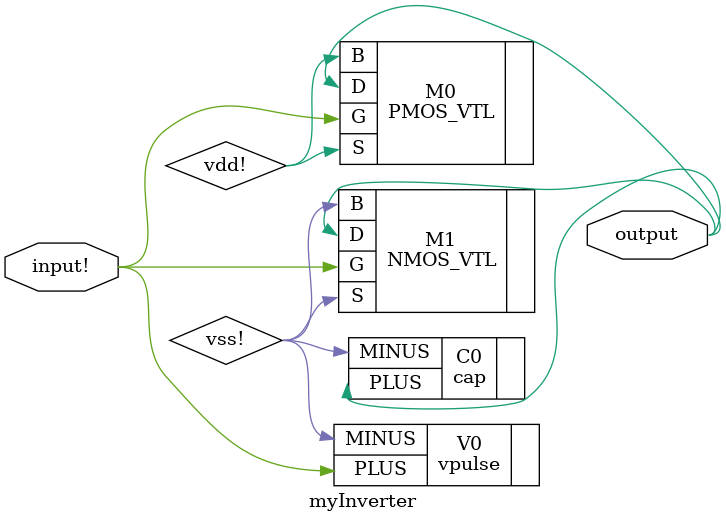
<source format=v>

module myInverter (
\input! ,\output  );
input  \input! ;
output  \output ;
wire \vdd! ;
wire \vss! ;
wire \output ;
wire \input! ;

PMOS_VTL    
 M0  ( .S( \vdd!  ), .G( \input!  ), .B( \vdd!  ),
 .D( \output  ) );

NMOS_VTL    
 M1  ( .S( \vss!  ), .G( \input!  ), .B( \vss!  ),
 .D( \output  ) );

vpulse    
 V0  ( .PLUS( \input!  ), .MINUS( \vss!  ) );

cap    
 C0  ( .PLUS( \output  ), .MINUS( \vss!  ) );

endmodule


</source>
